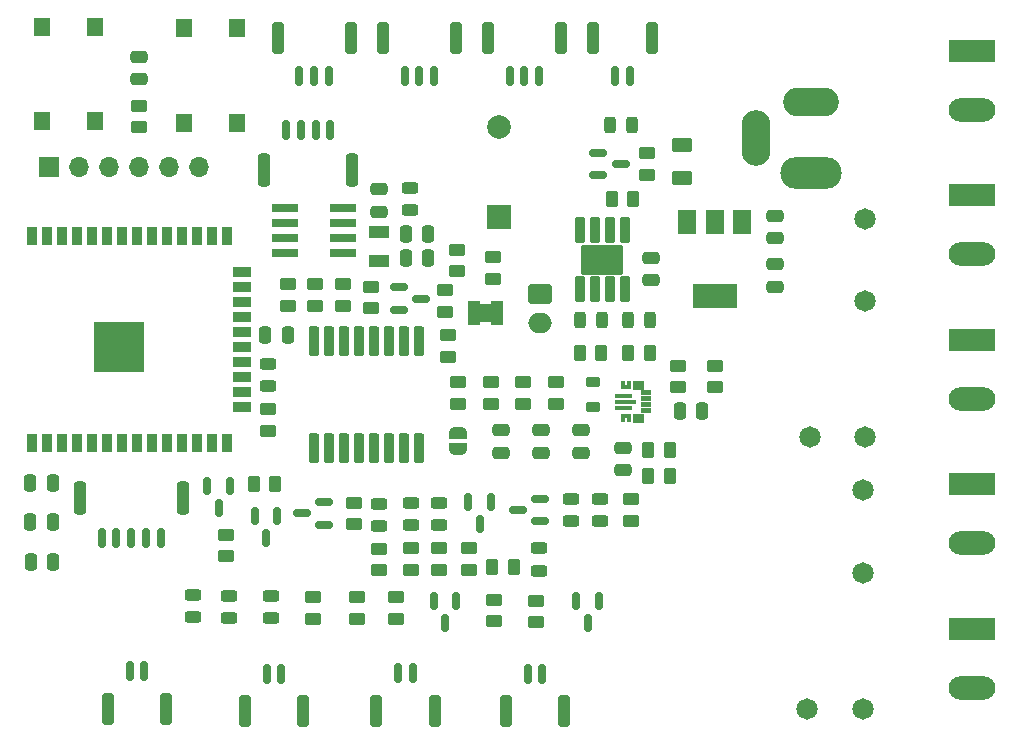
<source format=gbr>
%TF.GenerationSoftware,KiCad,Pcbnew,8.0.3*%
%TF.CreationDate,2024-06-22T21:39:14+05:00*%
%TF.ProjectId,Capibator_PCB,43617069-6261-4746-9f72-5f5043422e6b,1.1*%
%TF.SameCoordinates,Original*%
%TF.FileFunction,Soldermask,Top*%
%TF.FilePolarity,Negative*%
%FSLAX46Y46*%
G04 Gerber Fmt 4.6, Leading zero omitted, Abs format (unit mm)*
G04 Created by KiCad (PCBNEW 8.0.3) date 2024-06-22 21:39:14*
%MOMM*%
%LPD*%
G01*
G04 APERTURE LIST*
G04 Aperture macros list*
%AMRoundRect*
0 Rectangle with rounded corners*
0 $1 Rounding radius*
0 $2 $3 $4 $5 $6 $7 $8 $9 X,Y pos of 4 corners*
0 Add a 4 corners polygon primitive as box body*
4,1,4,$2,$3,$4,$5,$6,$7,$8,$9,$2,$3,0*
0 Add four circle primitives for the rounded corners*
1,1,$1+$1,$2,$3*
1,1,$1+$1,$4,$5*
1,1,$1+$1,$6,$7*
1,1,$1+$1,$8,$9*
0 Add four rect primitives between the rounded corners*
20,1,$1+$1,$2,$3,$4,$5,0*
20,1,$1+$1,$4,$5,$6,$7,0*
20,1,$1+$1,$6,$7,$8,$9,0*
20,1,$1+$1,$8,$9,$2,$3,0*%
%AMFreePoly0*
4,1,19,0.500000,-0.750000,0.000000,-0.750000,0.000000,-0.744911,-0.071157,-0.744911,-0.207708,-0.704816,-0.327430,-0.627875,-0.420627,-0.520320,-0.479746,-0.390866,-0.500000,-0.250000,-0.500000,0.250000,-0.479746,0.390866,-0.420627,0.520320,-0.327430,0.627875,-0.207708,0.704816,-0.071157,0.744911,0.000000,0.744911,0.000000,0.750000,0.500000,0.750000,0.500000,-0.750000,0.500000,-0.750000,
$1*%
%AMFreePoly1*
4,1,19,0.000000,0.744911,0.071157,0.744911,0.207708,0.704816,0.327430,0.627875,0.420627,0.520320,0.479746,0.390866,0.500000,0.250000,0.500000,-0.250000,0.479746,-0.390866,0.420627,-0.520320,0.327430,-0.627875,0.207708,-0.704816,0.071157,-0.744911,0.000000,-0.744911,0.000000,-0.750000,-0.500000,-0.750000,-0.500000,0.750000,0.000000,0.750000,0.000000,0.744911,0.000000,0.744911,
$1*%
G04 Aperture macros list end*
%ADD10C,0.010000*%
%ADD11O,5.204000X2.704000*%
%ADD12O,4.704000X2.454000*%
%ADD13O,2.454000X4.704000*%
%ADD14R,0.900000X1.500000*%
%ADD15R,1.500000X0.900000*%
%ADD16C,0.600000*%
%ADD17R,4.200000X4.200000*%
%ADD18RoundRect,0.250000X-0.250000X-1.100000X0.250000X-1.100000X0.250000X1.100000X-0.250000X1.100000X0*%
%ADD19RoundRect,0.150000X-0.150000X-0.700000X0.150000X-0.700000X0.150000X0.700000X-0.150000X0.700000X0*%
%ADD20R,1.400000X1.600000*%
%ADD21RoundRect,0.250000X-0.475000X0.250000X-0.475000X-0.250000X0.475000X-0.250000X0.475000X0.250000X0*%
%ADD22RoundRect,0.250000X0.450000X-0.262500X0.450000X0.262500X-0.450000X0.262500X-0.450000X-0.262500X0*%
%ADD23RoundRect,0.243750X0.456250X-0.243750X0.456250X0.243750X-0.456250X0.243750X-0.456250X-0.243750X0*%
%ADD24RoundRect,0.250000X-0.262500X-0.450000X0.262500X-0.450000X0.262500X0.450000X-0.262500X0.450000X0*%
%ADD25RoundRect,0.250000X0.250000X1.100000X-0.250000X1.100000X-0.250000X-1.100000X0.250000X-1.100000X0*%
%ADD26RoundRect,0.150000X0.150000X0.700000X-0.150000X0.700000X-0.150000X-0.700000X0.150000X-0.700000X0*%
%ADD27FreePoly0,90.000000*%
%ADD28FreePoly1,90.000000*%
%ADD29R,3.960000X1.980000*%
%ADD30O,3.960000X1.980000*%
%ADD31RoundRect,0.250000X-0.250000X-0.475000X0.250000X-0.475000X0.250000X0.475000X-0.250000X0.475000X0*%
%ADD32RoundRect,0.250000X-0.450000X0.262500X-0.450000X-0.262500X0.450000X-0.262500X0.450000X0.262500X0*%
%ADD33RoundRect,0.250000X-0.625000X0.375000X-0.625000X-0.375000X0.625000X-0.375000X0.625000X0.375000X0*%
%ADD34RoundRect,0.218750X-0.381250X0.218750X-0.381250X-0.218750X0.381250X-0.218750X0.381250X0.218750X0*%
%ADD35RoundRect,0.250000X0.250000X0.475000X-0.250000X0.475000X-0.250000X-0.475000X0.250000X-0.475000X0*%
%ADD36RoundRect,0.150000X-0.150000X0.587500X-0.150000X-0.587500X0.150000X-0.587500X0.150000X0.587500X0*%
%ADD37RoundRect,0.243750X0.243750X0.456250X-0.243750X0.456250X-0.243750X-0.456250X0.243750X-0.456250X0*%
%ADD38R,1.700000X1.700000*%
%ADD39O,1.700000X1.700000*%
%ADD40RoundRect,0.250000X0.475000X-0.250000X0.475000X0.250000X-0.475000X0.250000X-0.475000X-0.250000X0*%
%ADD41RoundRect,0.243750X-0.456250X0.243750X-0.456250X-0.243750X0.456250X-0.243750X0.456250X0.243750X0*%
%ADD42C,1.812000*%
%ADD43RoundRect,0.150000X-0.587500X-0.150000X0.587500X-0.150000X0.587500X0.150000X-0.587500X0.150000X0*%
%ADD44RoundRect,0.014220X0.467780X0.222780X-0.467780X0.222780X-0.467780X-0.222780X0.467780X-0.222780X0*%
%ADD45RoundRect,0.102000X0.450000X0.650000X-0.450000X0.650000X-0.450000X-0.650000X0.450000X-0.650000X0*%
%ADD46RoundRect,0.250000X-0.750000X0.600000X-0.750000X-0.600000X0.750000X-0.600000X0.750000X0.600000X0*%
%ADD47O,2.000000X1.700000*%
%ADD48R,1.800000X1.000000*%
%ADD49RoundRect,0.102000X-1.651000X1.206500X-1.651000X-1.206500X1.651000X-1.206500X1.651000X1.206500X0*%
%ADD50RoundRect,0.056280X-0.345720X1.030720X-0.345720X-1.030720X0.345720X-1.030720X0.345720X1.030720X0*%
%ADD51R,2.000000X2.000000*%
%ADD52C,2.000000*%
%ADD53RoundRect,0.250000X0.262500X0.450000X-0.262500X0.450000X-0.262500X-0.450000X0.262500X-0.450000X0*%
%ADD54RoundRect,0.102000X0.279400X-1.143000X0.279400X1.143000X-0.279400X1.143000X-0.279400X-1.143000X0*%
%ADD55RoundRect,0.243750X-0.243750X-0.456250X0.243750X-0.456250X0.243750X0.456250X-0.243750X0.456250X0*%
%ADD56RoundRect,0.102000X0.990600X0.266700X-0.990600X0.266700X-0.990600X-0.266700X0.990600X-0.266700X0*%
%ADD57RoundRect,0.250000X0.250000X1.150000X-0.250000X1.150000X-0.250000X-1.150000X0.250000X-1.150000X0*%
%ADD58R,1.500000X2.000000*%
%ADD59R,3.800000X2.000000*%
%ADD60RoundRect,0.250000X-0.250000X-1.150000X0.250000X-1.150000X0.250000X1.150000X-0.250000X1.150000X0*%
%ADD61RoundRect,0.150000X0.587500X0.150000X-0.587500X0.150000X-0.587500X-0.150000X0.587500X-0.150000X0*%
G04 APERTURE END LIST*
D10*
%TO.C,U1*%
X186610000Y-104545000D02*
X185260000Y-104545000D01*
X185260000Y-104295000D01*
X186610000Y-104295000D01*
X186610000Y-104545000D01*
G36*
X186610000Y-104545000D02*
G01*
X185260000Y-104545000D01*
X185260000Y-104295000D01*
X186610000Y-104295000D01*
X186610000Y-104545000D01*
G37*
X186610000Y-105545000D02*
X185260000Y-105545000D01*
X185260000Y-105295000D01*
X186610000Y-105295000D01*
X186610000Y-105545000D01*
G36*
X186610000Y-105545000D02*
G01*
X185260000Y-105545000D01*
X185260000Y-105295000D01*
X186610000Y-105295000D01*
X186610000Y-105545000D01*
G37*
X186960000Y-105045000D02*
X185260000Y-105045000D01*
X185260000Y-104795000D01*
X186960000Y-104795000D01*
X186960000Y-105045000D01*
G36*
X186960000Y-105045000D02*
G01*
X185260000Y-105045000D01*
X185260000Y-104795000D01*
X186960000Y-104795000D01*
X186960000Y-105045000D01*
G37*
X187110000Y-103870000D02*
X186760000Y-103870000D01*
X186760000Y-103170000D01*
X187110000Y-103170000D01*
X187110000Y-103870000D01*
G36*
X187110000Y-103870000D02*
G01*
X186760000Y-103870000D01*
X186760000Y-103170000D01*
X187110000Y-103170000D01*
X187110000Y-103870000D01*
G37*
X187110000Y-106670000D02*
X186760000Y-106670000D01*
X186760000Y-105970000D01*
X187110000Y-105970000D01*
X187110000Y-106670000D01*
G36*
X187110000Y-106670000D02*
G01*
X186760000Y-106670000D01*
X186760000Y-105970000D01*
X187110000Y-105970000D01*
X187110000Y-106670000D01*
G37*
X187610000Y-103870000D02*
X187260000Y-103870000D01*
X187260000Y-103170000D01*
X187610000Y-103170000D01*
X187610000Y-103870000D01*
G36*
X187610000Y-103870000D02*
G01*
X187260000Y-103870000D01*
X187260000Y-103170000D01*
X187610000Y-103170000D01*
X187610000Y-103870000D01*
G37*
X187610000Y-106670000D02*
X187260000Y-106670000D01*
X187260000Y-105970000D01*
X187610000Y-105970000D01*
X187610000Y-106670000D01*
G36*
X187610000Y-106670000D02*
G01*
X187260000Y-106670000D01*
X187260000Y-105970000D01*
X187610000Y-105970000D01*
X187610000Y-106670000D01*
G37*
X188210000Y-104345000D02*
X187510000Y-104345000D01*
X187510000Y-103995000D01*
X188210000Y-103995000D01*
X188210000Y-104345000D01*
G36*
X188210000Y-104345000D02*
G01*
X187510000Y-104345000D01*
X187510000Y-103995000D01*
X188210000Y-103995000D01*
X188210000Y-104345000D01*
G37*
X188210000Y-104845000D02*
X187510000Y-104845000D01*
X187510000Y-104495000D01*
X188210000Y-104495000D01*
X188210000Y-104845000D01*
G36*
X188210000Y-104845000D02*
G01*
X187510000Y-104845000D01*
X187510000Y-104495000D01*
X188210000Y-104495000D01*
X188210000Y-104845000D01*
G37*
X188210000Y-105345000D02*
X187510000Y-105345000D01*
X187510000Y-104995000D01*
X188210000Y-104995000D01*
X188210000Y-105345000D01*
G36*
X188210000Y-105345000D02*
G01*
X187510000Y-105345000D01*
X187510000Y-104995000D01*
X188210000Y-104995000D01*
X188210000Y-105345000D01*
G37*
X188210000Y-105845000D02*
X187510000Y-105845000D01*
X187510000Y-105495000D01*
X188210000Y-105495000D01*
X188210000Y-105845000D01*
G36*
X188210000Y-105845000D02*
G01*
X187510000Y-105845000D01*
X187510000Y-105495000D01*
X188210000Y-105495000D01*
X188210000Y-105845000D01*
G37*
X186560000Y-106620000D02*
X186310000Y-106620000D01*
X186310000Y-106270000D01*
X186060000Y-106270000D01*
X186060000Y-106620000D01*
X185810000Y-106620000D01*
X185810000Y-106020000D01*
X186560000Y-106020000D01*
X186560000Y-106620000D01*
G36*
X186560000Y-106620000D02*
G01*
X186310000Y-106620000D01*
X186310000Y-106270000D01*
X186060000Y-106270000D01*
X186060000Y-106620000D01*
X185810000Y-106620000D01*
X185810000Y-106020000D01*
X186560000Y-106020000D01*
X186560000Y-106620000D01*
G37*
X186060000Y-103570000D02*
X186310000Y-103570000D01*
X186310000Y-103220000D01*
X186560000Y-103220000D01*
X186560000Y-103820000D01*
X185810000Y-103820000D01*
X185810000Y-103220000D01*
X186060000Y-103220000D01*
X186060000Y-103570000D01*
G36*
X186060000Y-103570000D02*
G01*
X186310000Y-103570000D01*
X186310000Y-103220000D01*
X186560000Y-103220000D01*
X186560000Y-103820000D01*
X185810000Y-103820000D01*
X185810000Y-103220000D01*
X186060000Y-103220000D01*
X186060000Y-103570000D01*
G37*
%TD*%
D11*
%TO.C,J5*%
X201900000Y-85600000D03*
D12*
X201900000Y-79600000D03*
D13*
X197200000Y-82600000D03*
%TD*%
D14*
%TO.C,U2*%
X135900000Y-108420000D03*
X137170000Y-108420000D03*
X138440000Y-108420000D03*
X139710000Y-108420000D03*
X140980000Y-108420000D03*
X142250000Y-108420000D03*
X143520000Y-108420000D03*
X144790000Y-108420000D03*
X146060000Y-108420000D03*
X147330000Y-108420000D03*
X148600000Y-108420000D03*
X149870000Y-108420000D03*
X151140000Y-108420000D03*
X152410000Y-108420000D03*
D15*
X153660000Y-105380000D03*
X153660000Y-104110000D03*
X153660000Y-102840000D03*
X153660000Y-101570000D03*
X153660000Y-100300000D03*
X153660000Y-99030000D03*
X153660000Y-97760000D03*
X153660000Y-96490000D03*
X153660000Y-95220000D03*
X153660000Y-93950000D03*
D14*
X152410000Y-90920000D03*
X151140000Y-90920000D03*
X149870000Y-90920000D03*
X148600000Y-90920000D03*
X147330000Y-90920000D03*
X146060000Y-90920000D03*
X144790000Y-90920000D03*
X143520000Y-90920000D03*
X142250000Y-90920000D03*
X140980000Y-90920000D03*
X139710000Y-90920000D03*
X138440000Y-90920000D03*
X137170000Y-90920000D03*
X135900000Y-90920000D03*
D16*
X142477500Y-101875000D03*
X144002500Y-101875000D03*
X141715000Y-101112500D03*
X143240000Y-101112500D03*
X144765000Y-101112500D03*
X142477500Y-100350000D03*
D17*
X143240000Y-100350000D03*
D16*
X144002500Y-100350000D03*
X141715000Y-99587500D03*
X143240000Y-99587500D03*
X144765000Y-99587500D03*
X142477500Y-98825000D03*
X144002500Y-98825000D03*
%TD*%
D18*
%TO.C,J2*%
X180985000Y-131170000D03*
X176035000Y-131170000D03*
D19*
X179135000Y-127970000D03*
X177885000Y-127970000D03*
%TD*%
D20*
%TO.C,SW2*%
X136760000Y-81220000D03*
X136760000Y-73220000D03*
X141260000Y-81220000D03*
X141260000Y-73220000D03*
%TD*%
D21*
%TO.C,C13*%
X182410000Y-107370000D03*
X182410000Y-109270000D03*
%TD*%
D22*
%TO.C,R38*%
X172910000Y-119170000D03*
X172910000Y-117345000D03*
%TD*%
D23*
%TO.C,D2*%
X178810000Y-119257500D03*
X178810000Y-117382500D03*
%TD*%
D24*
%TO.C,R32*%
X182297500Y-100820000D03*
X184122500Y-100820000D03*
%TD*%
D25*
%TO.C,J12*%
X174510000Y-74170000D03*
X180710000Y-74170000D03*
D26*
X176360000Y-77370000D03*
X177610000Y-77370000D03*
X178860000Y-77370000D03*
%TD*%
D27*
%TO.C,JP2*%
X172010000Y-108920000D03*
D28*
X172010000Y-107620000D03*
%TD*%
D25*
%TO.C,J9*%
X183435000Y-74170000D03*
X188385000Y-74170000D03*
D26*
X185285000Y-77370000D03*
X186535000Y-77370000D03*
%TD*%
D29*
%TO.C,J4*%
X215510000Y-87475000D03*
D30*
X215510000Y-92475000D03*
%TD*%
D31*
%TO.C,C5*%
X135760000Y-111820000D03*
X137660000Y-111820000D03*
%TD*%
D21*
%TO.C,C2*%
X185910000Y-108870000D03*
X185910000Y-110770000D03*
%TD*%
D32*
%TO.C,R14*%
X168010000Y-117345000D03*
X168010000Y-119170000D03*
%TD*%
%TO.C,R22*%
X174910000Y-92707500D03*
X174910000Y-94532500D03*
%TD*%
D33*
%TO.C,F1*%
X190910000Y-83220000D03*
X190910000Y-86020000D03*
%TD*%
D34*
%TO.C,L1*%
X183410000Y-103257500D03*
X183410000Y-105382500D03*
%TD*%
D24*
%TO.C,R31*%
X186397500Y-100820000D03*
X188222500Y-100820000D03*
%TD*%
D23*
%TO.C,D5*%
X168010000Y-115395000D03*
X168010000Y-113520000D03*
%TD*%
D35*
%TO.C,C6*%
X137660000Y-115120000D03*
X135760000Y-115120000D03*
%TD*%
D20*
%TO.C,SW1*%
X148760000Y-81320000D03*
X148760000Y-73320000D03*
X153260000Y-81320000D03*
X153260000Y-73320000D03*
%TD*%
D36*
%TO.C,Q3*%
X183910000Y-121820000D03*
X182010000Y-121820000D03*
X182960000Y-123695000D03*
%TD*%
D18*
%TO.C,J8*%
X158885000Y-131170000D03*
X153935000Y-131170000D03*
D19*
X157035000Y-127970000D03*
X155785000Y-127970000D03*
%TD*%
D23*
%TO.C,D7*%
X170410000Y-115395000D03*
X170410000Y-113520000D03*
%TD*%
D32*
%TO.C,R36*%
X159710000Y-121507500D03*
X159710000Y-123332500D03*
%TD*%
D36*
%TO.C,Q8*%
X174760000Y-113420000D03*
X172860000Y-113420000D03*
X173810000Y-115295000D03*
%TD*%
D32*
%TO.C,C21*%
X172010000Y-103307500D03*
X172010000Y-105132500D03*
%TD*%
D37*
%TO.C,D6*%
X186747500Y-81520000D03*
X184872500Y-81520000D03*
%TD*%
D31*
%TO.C,C10*%
X155660000Y-99320000D03*
X157560000Y-99320000D03*
%TD*%
D38*
%TO.C,J1*%
X137370000Y-85120000D03*
D39*
X139910000Y-85120000D03*
X142450000Y-85120000D03*
X144990000Y-85120000D03*
X147530000Y-85120000D03*
X150070000Y-85120000D03*
%TD*%
D22*
%TO.C,R41*%
X152310000Y-118032500D03*
X152310000Y-116207500D03*
%TD*%
%TO.C,R6*%
X175010000Y-123532500D03*
X175010000Y-121707500D03*
%TD*%
D31*
%TO.C,C14*%
X190760000Y-105720000D03*
X192660000Y-105720000D03*
%TD*%
D40*
%TO.C,C20*%
X188310000Y-94670000D03*
X188310000Y-92770000D03*
%TD*%
D41*
%TO.C,D12*%
X181510000Y-113182500D03*
X181510000Y-115057500D03*
%TD*%
D22*
%TO.C,R25*%
X193710000Y-103732500D03*
X193710000Y-101907500D03*
%TD*%
D42*
%TO.C,U9*%
X206460000Y-107970000D03*
X206460000Y-96470000D03*
X206460000Y-89470000D03*
X201760000Y-107970000D03*
%TD*%
D43*
%TO.C,Q9*%
X166972500Y-95270000D03*
X166972500Y-97170000D03*
X168847500Y-96220000D03*
%TD*%
D21*
%TO.C,C3*%
X145010000Y-75770000D03*
X145010000Y-77670000D03*
%TD*%
D32*
%TO.C,R13*%
X188010000Y-83907500D03*
X188010000Y-85732500D03*
%TD*%
%TO.C,C19*%
X174810000Y-103307500D03*
X174810000Y-105132500D03*
%TD*%
%TO.C,R5*%
X166710000Y-121507500D03*
X166710000Y-123332500D03*
%TD*%
D21*
%TO.C,C1*%
X175610000Y-107370000D03*
X175610000Y-109270000D03*
%TD*%
D25*
%TO.C,J17*%
X165610000Y-74170000D03*
X171810000Y-74170000D03*
D26*
X167460000Y-77370000D03*
X168710000Y-77370000D03*
X169960000Y-77370000D03*
%TD*%
D43*
%TO.C,Q5*%
X183872500Y-83870000D03*
X183872500Y-85770000D03*
X185747500Y-84820000D03*
%TD*%
D44*
%TO.C,U6*%
X175280000Y-98220000D03*
X175280000Y-97720000D03*
X175280000Y-97220000D03*
X175280000Y-96720000D03*
X173310000Y-96720000D03*
X173310000Y-97220000D03*
X173310000Y-97720000D03*
X173310000Y-98220000D03*
D45*
X174295000Y-97470000D03*
%TD*%
D41*
%TO.C,D11*%
X149510000Y-121282500D03*
X149510000Y-123157500D03*
%TD*%
D32*
%TO.C,R1*%
X145010000Y-79907500D03*
X145010000Y-81732500D03*
%TD*%
D46*
%TO.C,J14*%
X178910000Y-95820000D03*
D47*
X178910000Y-98320000D03*
%TD*%
D41*
%TO.C,D1*%
X184010000Y-113182500D03*
X184010000Y-115057500D03*
%TD*%
D29*
%TO.C,J6*%
X215510000Y-111955000D03*
D30*
X215510000Y-116955000D03*
%TD*%
D32*
%TO.C,R39*%
X164610000Y-95207500D03*
X164610000Y-97032500D03*
%TD*%
D24*
%TO.C,R23*%
X188097500Y-109020000D03*
X189922500Y-109020000D03*
%TD*%
D48*
%TO.C,Y1*%
X165310000Y-90570000D03*
X165310000Y-93070000D03*
%TD*%
D23*
%TO.C,D8*%
X156110000Y-123257500D03*
X156110000Y-121382500D03*
%TD*%
D49*
%TO.C,U7*%
X184210000Y-92920000D03*
D50*
X186115000Y-95395000D03*
X184845000Y-95395000D03*
X183575000Y-95395000D03*
X182305000Y-95395000D03*
X182305000Y-90445000D03*
X183575000Y-90445000D03*
X184845000Y-90445000D03*
X186115000Y-90445000D03*
%TD*%
D24*
%TO.C,R29*%
X184997500Y-87820000D03*
X186822500Y-87820000D03*
%TD*%
D51*
%TO.C,BZ1*%
X175410000Y-89320000D03*
D52*
X175410000Y-81720000D03*
%TD*%
D32*
%TO.C,R30*%
X190610000Y-101907500D03*
X190610000Y-103732500D03*
%TD*%
%TO.C,R12*%
X165310000Y-117407500D03*
X165310000Y-119232500D03*
%TD*%
D22*
%TO.C,R8*%
X163410000Y-123332500D03*
X163410000Y-121507500D03*
%TD*%
D18*
%TO.C,J10*%
X170010000Y-131120000D03*
X165060000Y-131120000D03*
D19*
X168160000Y-127920000D03*
X166910000Y-127920000D03*
%TD*%
D53*
%TO.C,R11*%
X176697500Y-118920000D03*
X174872500Y-118920000D03*
%TD*%
D41*
%TO.C,D3*%
X152610000Y-121382500D03*
X152610000Y-123257500D03*
%TD*%
D35*
%TO.C,C7*%
X137710000Y-118520000D03*
X135810000Y-118520000D03*
%TD*%
D36*
%TO.C,Q2*%
X171810000Y-121820000D03*
X169910000Y-121820000D03*
X170860000Y-123695000D03*
%TD*%
D23*
%TO.C,D9*%
X155910000Y-103657500D03*
X155910000Y-101782500D03*
%TD*%
D32*
%TO.C,R26*%
X162210000Y-95007500D03*
X162210000Y-96832500D03*
%TD*%
D54*
%TO.C,U5*%
X159765000Y-108841200D03*
X161035000Y-108841200D03*
X162305000Y-108841200D03*
X163575000Y-108841200D03*
X164845000Y-108841200D03*
X166115000Y-108841200D03*
X167385000Y-108841200D03*
X168655000Y-108841200D03*
X168655000Y-99798800D03*
X167385000Y-99798800D03*
X166115000Y-99798800D03*
X164845000Y-99798800D03*
X163575000Y-99798800D03*
X162305000Y-99798800D03*
X161035000Y-99798800D03*
X159765000Y-99798800D03*
%TD*%
D36*
%TO.C,Q10*%
X152660000Y-112082500D03*
X150760000Y-112082500D03*
X151710000Y-113957500D03*
%TD*%
D35*
%TO.C,C4*%
X169460000Y-92820000D03*
X167560000Y-92820000D03*
%TD*%
D21*
%TO.C,C12*%
X165310000Y-86970000D03*
X165310000Y-88870000D03*
%TD*%
D32*
%TO.C,R40*%
X171910000Y-92107500D03*
X171910000Y-93932500D03*
%TD*%
D21*
%TO.C,C15*%
X198810000Y-89220000D03*
X198810000Y-91120000D03*
%TD*%
D22*
%TO.C,R19*%
X171110000Y-101132500D03*
X171110000Y-99307500D03*
%TD*%
D32*
%TO.C,R15*%
X170410000Y-117345000D03*
X170410000Y-119170000D03*
%TD*%
D42*
%TO.C,K1*%
X206260000Y-130970000D03*
X206260000Y-119470000D03*
X206260000Y-112470000D03*
X201560000Y-130970000D03*
%TD*%
D55*
%TO.C,D13*%
X186372500Y-98020000D03*
X188247500Y-98020000D03*
%TD*%
D32*
%TO.C,R21*%
X157610000Y-95020000D03*
X157610000Y-96845000D03*
%TD*%
D22*
%TO.C,R16*%
X186610000Y-115032500D03*
X186610000Y-113207500D03*
%TD*%
D56*
%TO.C,U8*%
X162273800Y-92325000D03*
X162273800Y-91055000D03*
X162273800Y-89785000D03*
X162273800Y-88515000D03*
X157346200Y-88515000D03*
X157346200Y-89785000D03*
X157346200Y-91055000D03*
X157346200Y-92325000D03*
%TD*%
D55*
%TO.C,D14*%
X182272500Y-98020000D03*
X184147500Y-98020000D03*
%TD*%
D23*
%TO.C,D10*%
X167910000Y-88757500D03*
X167910000Y-86882500D03*
%TD*%
D25*
%TO.C,J18*%
X156710000Y-74170000D03*
X162910000Y-74170000D03*
D26*
X158560000Y-77370000D03*
X159810000Y-77370000D03*
X161060000Y-77370000D03*
%TD*%
D57*
%TO.C,J15*%
X155585000Y-85320000D03*
X163035000Y-85320000D03*
D26*
X157435000Y-81970000D03*
X158685000Y-81970000D03*
X159935000Y-81970000D03*
X161185000Y-81970000D03*
%TD*%
D18*
%TO.C,J19*%
X147285000Y-130970000D03*
X142335000Y-130970000D03*
D19*
X145435000Y-127770000D03*
X144185000Y-127770000D03*
%TD*%
D29*
%TO.C,J7*%
X215510000Y-124195000D03*
D30*
X215510000Y-129195000D03*
%TD*%
D53*
%TO.C,R10*%
X156522500Y-111920000D03*
X154697500Y-111920000D03*
%TD*%
D22*
%TO.C,R17*%
X170910000Y-97332500D03*
X170910000Y-95507500D03*
%TD*%
D32*
%TO.C,R20*%
X159910000Y-95020000D03*
X159910000Y-96845000D03*
%TD*%
%TO.C,C17*%
X180310000Y-103307500D03*
X180310000Y-105132500D03*
%TD*%
D22*
%TO.C,R9*%
X178610000Y-123632500D03*
X178610000Y-121807500D03*
%TD*%
D29*
%TO.C,J3*%
X215510000Y-75235000D03*
D30*
X215510000Y-80235000D03*
%TD*%
D58*
%TO.C,U3*%
X196010000Y-89720000D03*
X193710000Y-89720000D03*
D59*
X193710000Y-96020000D03*
D58*
X191410000Y-89720000D03*
%TD*%
D32*
%TO.C,C18*%
X177510000Y-103307500D03*
X177510000Y-105132500D03*
%TD*%
D21*
%TO.C,C8*%
X179010000Y-107370000D03*
X179010000Y-109270000D03*
%TD*%
D60*
%TO.C,J16*%
X148660000Y-113120000D03*
X139960000Y-113120000D03*
D19*
X146810000Y-116470000D03*
X145560000Y-116470000D03*
X144310000Y-116470000D03*
X143060000Y-116470000D03*
X141810000Y-116470000D03*
%TD*%
D24*
%TO.C,R24*%
X188097500Y-111220000D03*
X189922500Y-111220000D03*
%TD*%
D35*
%TO.C,C9*%
X169460000Y-90720000D03*
X167560000Y-90720000D03*
%TD*%
D22*
%TO.C,R35*%
X163210000Y-115332500D03*
X163210000Y-113507500D03*
%TD*%
D32*
%TO.C,R37*%
X155910000Y-105607500D03*
X155910000Y-107432500D03*
%TD*%
D61*
%TO.C,Q6*%
X160647500Y-115370000D03*
X160647500Y-113470000D03*
X158772500Y-114420000D03*
%TD*%
D23*
%TO.C,D4*%
X165310000Y-115457500D03*
X165310000Y-113582500D03*
%TD*%
D61*
%TO.C,Q7*%
X178910000Y-115070000D03*
X178910000Y-113170000D03*
X177035000Y-114120000D03*
%TD*%
D36*
%TO.C,Q4*%
X156660000Y-114645000D03*
X154760000Y-114645000D03*
X155710000Y-116520000D03*
%TD*%
D40*
%TO.C,C16*%
X198810000Y-95220000D03*
X198810000Y-93320000D03*
%TD*%
D29*
%TO.C,J5*%
X215510000Y-99715000D03*
D30*
X215510000Y-104715000D03*
%TD*%
M02*

</source>
